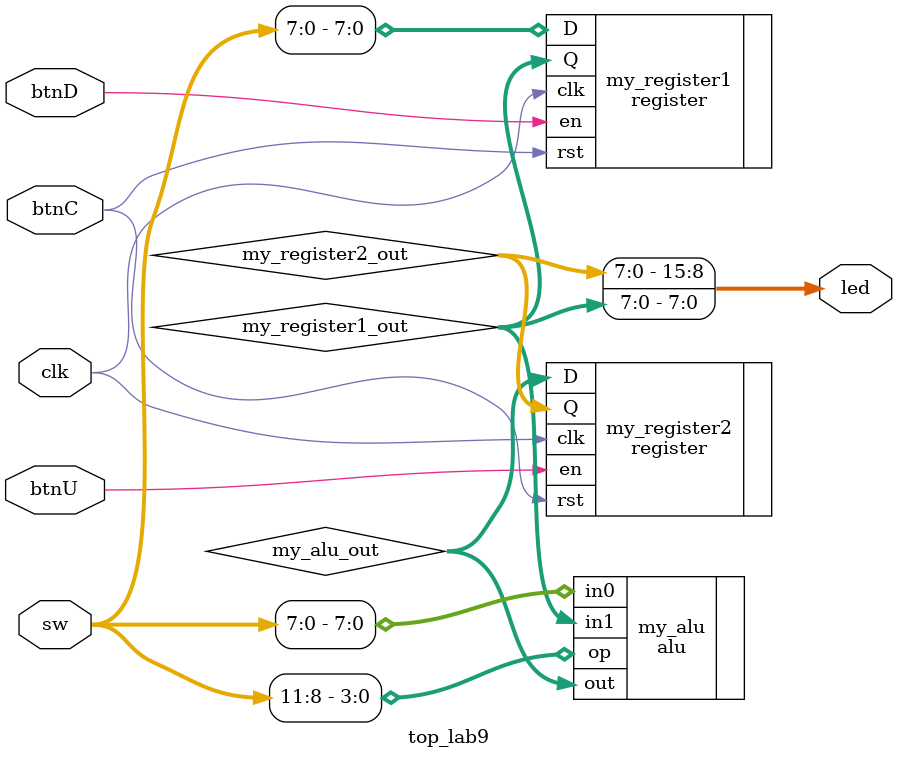
<source format=sv>
`timescale 1ns / 1ps


module top_lab9(
    input btnU,
    input btnD,
    input btnC,
    input [11:0] sw,
    input clk,
    output [15:0] led
    );
    
    wire [7:0] my_register1_out;
    wire [7:0] my_alu_out;
    wire [7:0] my_register2_out;
    
    register #(.N(8)) my_register1(
        .D(sw[7:0]),
        .clk(clk),
        .en(btnD),
        .rst(btnC),
        .Q(my_register1_out)
    );
    
    alu #(.N(8)) my_alu (
        .in0(sw[7:0]),
        .in1(my_register1_out),
        .op(sw[11:8]),
        .out(my_alu_out)
    );
    
    register #(.N(8)) my_register2(
        .D(my_alu_out),
        .clk(clk),
        .en(btnU),
        .rst(btnC),
        .Q(my_register2_out)
    );
    
    assign led = {my_register2_out, my_register1_out};
endmodule

</source>
